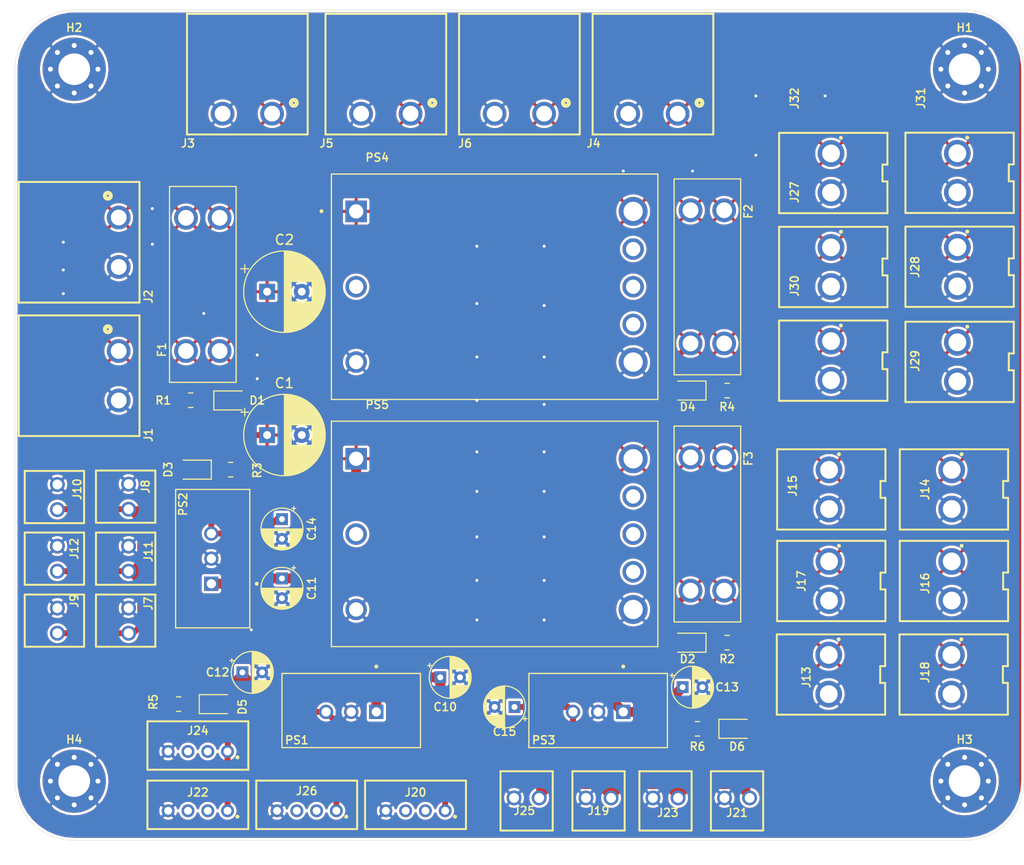
<source format=kicad_pcb>
(kicad_pcb (version 20171130) (host pcbnew "(5.1.8)-1")
  (layers (0 F.Cu signal) (31 B.Cu signal) (34 B.Paste user) (35 F.Paste user) (36 B.SilkS user) (37 F.SilkS user) (38 B.Mask user) (39 F.Mask user) (44 Edge.Cuts user))
  (net 0 "")
  (net 1 GND)
  (net 2 +24V)
  (net 3 +5V)
  (net 4 +12C)
  (net 5 +5C)
  (net 6 "Net-(D1-Pad1)")
  (net 7 +12P)
  (net 8 "Net-(D2-Pad1)")
  (net 9 "Net-(D3-Pad1)")
  (net 10 +5P)
  (net 11 "Net-(D4-Pad1)")
  (net 12 "Net-(D5-Pad1)")
  (net 13 "Net-(D6-Pad1)")
  (net 14 +BATT)
  (net 15 "Net-(F2-Pad1)")
  (net 16 "Net-(F3-Pad1)")
  (net 17 "Net-(J20-Pad3)")
  (net 18 "Net-(J20-Pad2)")
  (net 19 "Net-(J22-Pad2)")
  (net 20 "Net-(J22-Pad3)")
  (net 21 "Net-(J24-Pad3)")
  (net 22 "Net-(J24-Pad2)")
  (net 23 "Net-(J26-Pad2)")
  (net 24 "Net-(J26-Pad3)")
  (net 25 "Net-(PS4-Pad2)")
  (net 26 "Net-(PS4-Pad5)")
  (net 27 "Net-(PS4-Pad6)")
  (net 28 "Net-(PS4-Pad7)")
  (net 29 "Net-(PS5-Pad2)")
  (net 30 "Net-(PS5-Pad5)")
  (net 31 "Net-(PS5-Pad6)")
  (net 32 "Net-(PS5-Pad7)")
  (module AREA_lib_Connector:Wuerth_2.54mm_2pins_61900211121 (layer F.Cu) (at 132.27 140.5)
    (fp_text reference J23 (at 0.23 1.2) (layer F.SilkS) (effects (font (size 0.8128 0.8128) (thickness 0.1524))))
    (fp_text value 5VC)
    (pad 1 thru_hole circle (at 1.27 -0.3) (size 1.508 1.508) (drill 1) (layers *.Cu *.Mask) (net 5 +5C))
    (pad 2 thru_hole circle (at -1.27 -0.3) (size 1.508 1.508) (drill 1) (layers *.Cu *.Mask) (net 1 GND))
  )
  (module AREA_lib_composant:FUSE_3557-2 (layer F.Cu) (at 85.5 88.265 90)
    (fp_text reference F1 (at -6.61381 -4.14052 90) (layer F.SilkS) (effects (font (size 0.8128 0.8128) (thickness 0.1524))))
    (fp_text value 3557-2)
    (pad 1 thru_hole circle (at -6.735 -1.7 90) (size 2.4 2.4) (drill 1.6) (layers *.Cu *.Mask) (net 14 +BATT))
    (pad 1 thru_hole circle (at -6.735 1.7 90) (size 2.4 2.4) (drill 1.6) (layers *.Cu *.Mask) (net 14 +BATT))
    (pad 3 thru_hole circle (at 6.735 -1.7 90) (size 2.4 2.4) (drill 1.6) (layers *.Cu *.Mask) (net 2 +24V))
    (pad 3 thru_hole circle (at 6.735 1.7 90) (size 2.4 2.4) (drill 1.6) (layers *.Cu *.Mask) (net 2 +24V))
  )
  (module Capacitor_THT:CP_Radial_D4.0mm_P2.00mm (layer F.Cu) (at 109.5 128)
    (fp_text reference C10 (at 0.5 3) (layer F.SilkS) (effects (font (size 0.8128 0.8128) (thickness 0.1524))))
    (fp_text value 10u)
    (pad 2 thru_hole circle (at 2 0) (size 1.2 1.2) (drill 0.6) (layers *.Cu *.Mask) (net 1 GND))
    (pad 1 thru_hole rect (at 0 0) (size 1.2 1.2) (drill 0.6) (layers *.Cu *.Mask) (net 2 +24V))
  )
  (module Capacitor_THT:CP_Radial_D4.0mm_P2.00mm (layer F.Cu) (at 93.5 118 270)
    (fp_text reference C11 (at 1 -3 90) (layer F.SilkS) (effects (font (size 0.8128 0.8128) (thickness 0.1524))))
    (fp_text value 10u)
    (pad 2 thru_hole circle (at 2 0 270) (size 1.2 1.2) (drill 0.6) (layers *.Cu *.Mask) (net 1 GND))
    (pad 1 thru_hole rect (at 0 0 270) (size 1.2 1.2) (drill 0.6) (layers *.Cu *.Mask) (net 2 +24V))
  )
  (module Capacitor_THT:CP_Radial_D4.0mm_P2.00mm (layer F.Cu) (at 89.5 127.5)
    (fp_text reference C12 (at -2.5 0) (layer F.SilkS) (effects (font (size 0.8128 0.8128) (thickness 0.1524))))
    (fp_text value 47u)
    (pad 2 thru_hole circle (at 2 0) (size 1.2 1.2) (drill 0.6) (layers *.Cu *.Mask) (net 1 GND))
    (pad 1 thru_hole rect (at 0 0) (size 1.2 1.2) (drill 0.6) (layers *.Cu *.Mask) (net 3 +5V))
  )
  (module Capacitor_THT:CP_Radial_D4.0mm_P2.00mm (layer F.Cu) (at 134 129)
    (fp_text reference C13 (at 4.5 0) (layer F.SilkS) (effects (font (size 0.8128 0.8128) (thickness 0.1524))))
    (fp_text value 10u)
    (pad 2 thru_hole circle (at 2 0) (size 1.2 1.2) (drill 0.6) (layers *.Cu *.Mask) (net 1 GND))
    (pad 1 thru_hole rect (at 0 0) (size 1.2 1.2) (drill 0.6) (layers *.Cu *.Mask) (net 2 +24V))
  )
  (module Capacitor_THT:CP_Radial_D4.0mm_P2.00mm (layer F.Cu) (at 93.5 112 270)
    (fp_text reference C14 (at 1 -3 90) (layer F.SilkS) (effects (font (size 0.8128 0.8128) (thickness 0.1524))))
    (fp_text value 47u)
    (pad 2 thru_hole circle (at 2 0 270) (size 1.2 1.2) (drill 0.6) (layers *.Cu *.Mask) (net 1 GND))
    (pad 1 thru_hole rect (at 0 0 270) (size 1.2 1.2) (drill 0.6) (layers *.Cu *.Mask) (net 4 +12C))
  )
  (module Capacitor_THT:CP_Radial_D4.0mm_P2.00mm (layer F.Cu) (at 117 131 180)
    (fp_text reference C15 (at 1 -2.5) (layer F.SilkS) (effects (font (size 0.8128 0.8128) (thickness 0.1524))))
    (fp_text value 47u)
    (pad 2 thru_hole circle (at 2 0 180) (size 1.2 1.2) (drill 0.6) (layers *.Cu *.Mask) (net 1 GND))
    (pad 1 thru_hole rect (at 0 0 180) (size 1.2 1.2) (drill 0.6) (layers *.Cu *.Mask) (net 5 +5C))
  )
  (module LED_SMD:LED_0805_2012Metric_Pad1.15x1.40mm_HandSolder (layer F.Cu) (at 88.475 100)
    (fp_text reference D1 (at 2.525 0) (layer F.SilkS) (effects (font (size 0.8128 0.8128) (thickness 0.1524))))
    (fp_text value 24V)
    (pad 2 smd roundrect (at 1.025 0) (size 1.15 1.4) (layers F.Cu F.Paste F.Mask) (roundrect_rratio 0.217391) (net 2 +24V))
    (pad 1 smd roundrect (at -1.025 0) (size 1.15 1.4) (layers F.Cu F.Paste F.Mask) (roundrect_rratio 0.217391) (net 6 "Net-(D1-Pad1)"))
  )
  (module LED_SMD:LED_0805_2012Metric_Pad1.15x1.40mm_HandSolder (layer F.Cu) (at 134.5 124.5 180)
    (fp_text reference D2 (at 0 -1.65) (layer F.SilkS) (effects (font (size 0.8128 0.8128) (thickness 0.1524))))
    (fp_text value 12VP)
    (pad 2 smd roundrect (at 1.025 0 180) (size 1.15 1.4) (layers F.Cu F.Paste F.Mask) (roundrect_rratio 0.217391) (net 7 +12P))
    (pad 1 smd roundrect (at -1.025 0 180) (size 1.15 1.4) (layers F.Cu F.Paste F.Mask) (roundrect_rratio 0.217391) (net 8 "Net-(D2-Pad1)"))
  )
  (module LED_SMD:LED_0805_2012Metric_Pad1.15x1.40mm_HandSolder (layer F.Cu) (at 84.5 107 180)
    (fp_text reference D3 (at 2.5 0 270) (layer F.SilkS) (effects (font (size 0.8128 0.8128) (thickness 0.1524))))
    (fp_text value 12VC)
    (pad 2 smd roundrect (at 1.025 0 180) (size 1.15 1.4) (layers F.Cu F.Paste F.Mask) (roundrect_rratio 0.217391) (net 4 +12C))
    (pad 1 smd roundrect (at -1.025 0 180) (size 1.15 1.4) (layers F.Cu F.Paste F.Mask) (roundrect_rratio 0.217391) (net 9 "Net-(D3-Pad1)"))
  )
  (module LED_SMD:LED_0805_2012Metric_Pad1.15x1.40mm_HandSolder (layer F.Cu) (at 134.5 99 180)
    (fp_text reference D4 (at 0 -1.65) (layer F.SilkS) (effects (font (size 0.8128 0.8128) (thickness 0.1524))))
    (fp_text value 5VP)
    (pad 2 smd roundrect (at 1.025 0 180) (size 1.15 1.4) (layers F.Cu F.Paste F.Mask) (roundrect_rratio 0.217391) (net 10 +5P))
    (pad 1 smd roundrect (at -1.025 0 180) (size 1.15 1.4) (layers F.Cu F.Paste F.Mask) (roundrect_rratio 0.217391) (net 11 "Net-(D4-Pad1)"))
  )
  (module LED_SMD:LED_0805_2012Metric_Pad1.15x1.40mm_HandSolder (layer F.Cu) (at 87 130.715001)
    (fp_text reference D5 (at 2.5 0.284999 270) (layer F.SilkS) (effects (font (size 0.8128 0.8128) (thickness 0.1524))))
    (fp_text value 5V_CAN)
    (pad 2 smd roundrect (at 1.025 0) (size 1.15 1.4) (layers F.Cu F.Paste F.Mask) (roundrect_rratio 0.217391) (net 3 +5V))
    (pad 1 smd roundrect (at -1.025 0) (size 1.15 1.4) (layers F.Cu F.Paste F.Mask) (roundrect_rratio 0.217391) (net 12 "Net-(D5-Pad1)"))
  )
  (module LED_SMD:LED_0805_2012Metric_Pad1.15x1.40mm_HandSolder (layer F.Cu) (at 139.530001 133.210001)
    (fp_text reference D6 (at -0.030001 1.789999) (layer F.SilkS) (effects (font (size 0.8128 0.8128) (thickness 0.1524))))
    (fp_text value 5VC)
    (pad 2 smd roundrect (at 1.025 0) (size 1.15 1.4) (layers F.Cu F.Paste F.Mask) (roundrect_rratio 0.217391) (net 5 +5C))
    (pad 1 smd roundrect (at -1.025 0) (size 1.15 1.4) (layers F.Cu F.Paste F.Mask) (roundrect_rratio 0.217391) (net 13 "Net-(D6-Pad1)"))
  )
  (module AREA_lib_composant:FUSE_3557-2 (layer F.Cu) (at 136.5 87.5 270)
    (fp_text reference F2 (at -6.61381 -4.14052 90) (layer F.SilkS) (effects (font (size 0.8128 0.8128) (thickness 0.1524))))
    (fp_text value 3557-2)
    (pad 1 thru_hole circle (at -6.735 -1.7 270) (size 2.4 2.4) (drill 1.6) (layers *.Cu *.Mask) (net 15 "Net-(F2-Pad1)"))
    (pad 1 thru_hole circle (at -6.735 1.7 270) (size 2.4 2.4) (drill 1.6) (layers *.Cu *.Mask) (net 15 "Net-(F2-Pad1)"))
    (pad 3 thru_hole circle (at 6.735 -1.7 270) (size 2.4 2.4) (drill 1.6) (layers *.Cu *.Mask) (net 10 +5P))
    (pad 3 thru_hole circle (at 6.735 1.7 270) (size 2.4 2.4) (drill 1.6) (layers *.Cu *.Mask) (net 10 +5P))
  )
  (module AREA_lib_composant:FUSE_3557-2 (layer F.Cu) (at 136.5 112.5 270)
    (fp_text reference F3 (at -6.61381 -4.14052 90) (layer F.SilkS) (effects (font (size 0.8128 0.8128) (thickness 0.1524))))
    (fp_text value 3557-2)
    (pad 1 thru_hole circle (at -6.735 -1.7 270) (size 2.4 2.4) (drill 1.6) (layers *.Cu *.Mask) (net 16 "Net-(F3-Pad1)"))
    (pad 1 thru_hole circle (at -6.735 1.7 270) (size 2.4 2.4) (drill 1.6) (layers *.Cu *.Mask) (net 16 "Net-(F3-Pad1)"))
    (pad 3 thru_hole circle (at 6.735 -1.7 270) (size 2.4 2.4) (drill 1.6) (layers *.Cu *.Mask) (net 7 +12P))
    (pad 3 thru_hole circle (at 6.735 1.7 270) (size 2.4 2.4) (drill 1.6) (layers *.Cu *.Mask) (net 7 +12P))
  )
  (module MountingHole:MountingHole_3.2mm_M3_Pad_Via (layer F.Cu) (at 162.5 66.5)
    (fp_text reference H1 (at 0 -4.2) (layer F.SilkS) (effects (font (size 0.8128 0.8128) (thickness 0.1524))))
    (fp_text value MountingHole_Pad)
    (pad 1 thru_hole circle (at 1.697056 -1.697056) (size 0.8 0.8) (drill 0.5) (layers *.Cu *.Mask) (net 1 GND))
    (pad 1 thru_hole circle (at 0 -2.4) (size 0.8 0.8) (drill 0.5) (layers *.Cu *.Mask) (net 1 GND))
    (pad 1 thru_hole circle (at -1.697056 -1.697056) (size 0.8 0.8) (drill 0.5) (layers *.Cu *.Mask) (net 1 GND))
    (pad 1 thru_hole circle (at -2.4 0) (size 0.8 0.8) (drill 0.5) (layers *.Cu *.Mask) (net 1 GND))
    (pad 1 thru_hole circle (at -1.697056 1.697056) (size 0.8 0.8) (drill 0.5) (layers *.Cu *.Mask) (net 1 GND))
    (pad 1 thru_hole circle (at 0 2.4) (size 0.8 0.8) (drill 0.5) (layers *.Cu *.Mask) (net 1 GND))
    (pad 1 thru_hole circle (at 1.697056 1.697056) (size 0.8 0.8) (drill 0.5) (layers *.Cu *.Mask) (net 1 GND))
    (pad 1 thru_hole circle (at 2.4 0) (size 0.8 0.8) (drill 0.5) (layers *.Cu *.Mask) (net 1 GND))
    (pad 1 thru_hole circle (at 0 0) (size 6.4 6.4) (drill 3.2) (layers *.Cu *.Mask) (net 1 GND))
  )
  (module MountingHole:MountingHole_3.2mm_M3_Pad_Via (layer F.Cu) (at 72.5 66.5)
    (fp_text reference H2 (at 0 -4.2) (layer F.SilkS) (effects (font (size 0.8128 0.8128) (thickness 0.1524))))
    (fp_text value MountingHole_Pad)
    (pad 1 thru_hole circle (at 1.697056 -1.697056) (size 0.8 0.8) (drill 0.5) (layers *.Cu *.Mask) (net 1 GND))
    (pad 1 thru_hole circle (at 0 -2.4) (size 0.8 0.8) (drill 0.5) (layers *.Cu *.Mask) (net 1 GND))
    (pad 1 thru_hole circle (at -1.697056 -1.697056) (size 0.8 0.8) (drill 0.5) (layers *.Cu *.Mask) (net 1 GND))
    (pad 1 thru_hole circle (at -2.4 0) (size 0.8 0.8) (drill 0.5) (layers *.Cu *.Mask) (net 1 GND))
    (pad 1 thru_hole circle (at -1.697056 1.697056) (size 0.8 0.8) (drill 0.5) (layers *.Cu *.Mask) (net 1 GND))
    (pad 1 thru_hole circle (at 0 2.4) (size 0.8 0.8) (drill 0.5) (layers *.Cu *.Mask) (net 1 GND))
    (pad 1 thru_hole circle (at 1.697056 1.697056) (size 0.8 0.8) (drill 0.5) (layers *.Cu *.Mask) (net 1 GND))
    (pad 1 thru_hole circle (at 2.4 0) (size 0.8 0.8) (drill 0.5) (layers *.Cu *.Mask) (net 1 GND))
    (pad 1 thru_hole circle (at 0 0) (size 6.4 6.4) (drill 3.2) (layers *.Cu *.Mask) (net 1 GND))
  )
  (module MountingHole:MountingHole_3.2mm_M3_Pad_Via (layer F.Cu) (at 162.5 138.5)
    (fp_text reference H3 (at 0 -4.2) (layer F.SilkS) (effects (font (size 0.8128 0.8128) (thickness 0.1524))))
    (fp_text value MountingHole_Pad)
    (pad 1 thru_hole circle (at 1.697056 -1.697056) (size 0.8 0.8) (drill 0.5) (layers *.Cu *.Mask) (net 1 GND))
    (pad 1 thru_hole circle (at 0 -2.4) (size 0.8 0.8) (drill 0.5) (layers *.Cu *.Mask) (net 1 GND))
    (pad 1 thru_hole circle (at -1.697056 -1.697056) (size 0.8 0.8) (drill 0.5) (layers *.Cu *.Mask) (net 1 GND))
    (pad 1 thru_hole circle (at -2.4 0) (size 0.8 0.8) (drill 0.5) (layers *.Cu *.Mask) (net 1 GND))
    (pad 1 thru_hole circle (at -1.697056 1.697056) (size 0.8 0.8) (drill 0.5) (layers *.Cu *.Mask) (net 1 GND))
    (pad 1 thru_hole circle (at 0 2.4) (size 0.8 0.8) (drill 0.5) (layers *.Cu *.Mask) (net 1 GND))
    (pad 1 thru_hole circle (at 1.697056 1.697056) (size 0.8 0.8) (drill 0.5) (layers *.Cu *.Mask) (net 1 GND))
    (pad 1 thru_hole circle (at 2.4 0) (size 0.8 0.8) (drill 0.5) (layers *.Cu *.Mask) (net 1 GND))
    (pad 1 thru_hole circle (at 0 0) (size 6.4 6.4) (drill 3.2) (layers *.Cu *.Mask) (net 1 GND))
  )
  (module MountingHole:MountingHole_3.2mm_M3_Pad_Via (layer F.Cu) (at 72.5 138.5)
    (fp_text reference H4 (at 0 -4.2) (layer F.SilkS) (effects (font (size 0.8128 0.8128) (thickness 0.1524))))
    (fp_text value MountingHole_Pad)
    (pad 1 thru_hole circle (at 1.697056 -1.697056) (size 0.8 0.8) (drill 0.5) (layers *.Cu *.Mask) (net 1 GND))
    (pad 1 thru_hole circle (at 0 -2.4) (size 0.8 0.8) (drill 0.5) (layers *.Cu *.Mask) (net 1 GND))
    (pad 1 thru_hole circle (at -1.697056 -1.697056) (size 0.8 0.8) (drill 0.5) (layers *.Cu *.Mask) (net 1 GND))
    (pad 1 thru_hole circle (at -2.4 0) (size 0.8 0.8) (drill 0.5) (layers *.Cu *.Mask) (net 1 GND))
    (pad 1 thru_hole circle (at -1.697056 1.697056) (size 0.8 0.8) (drill 0.5) (layers *.Cu *.Mask) (net 1 GND))
    (pad 1 thru_hole circle (at 0 2.4) (size 0.8 0.8) (drill 0.5) (layers *.Cu *.Mask) (net 1 GND))
    (pad 1 thru_hole circle (at 1.697056 1.697056) (size 0.8 0.8) (drill 0.5) (layers *.Cu *.Mask) (net 1 GND))
    (pad 1 thru_hole circle (at 2.4 0) (size 0.8 0.8) (drill 0.5) (layers *.Cu *.Mask) (net 1 GND))
    (pad 1 thru_hole circle (at 0 0) (size 6.4 6.4) (drill 3.2) (layers *.Cu *.Mask) (net 1 GND))
  )
  (module AREA_lib_Connector:Wuerth_batcon_691313710002 (layer F.Cu) (at 77 97.5 270)
    (fp_text reference J1 (at 6 -3 90) (layer F.SilkS) (effects (font (size 0.8128 0.8128) (thickness 0.1524))))
    (fp_text value BAT_IN)
    (pad 2 thru_hole circle (at 2.5 0 270) (size 2.4 2.4) (drill 1.6) (layers *.Cu *.Mask) (net 1 GND))
    (pad 1 thru_hole circle (at -2.5 0 270) (size 2.4 2.4) (drill 1.6) (layers *.Cu *.Mask) (net 14 +BATT))
  )
  (module AREA_lib_Connector:Wuerth_batcon_691313710002 (layer F.Cu) (at 77 84 270)
    (fp_text reference J2 (at 5.5 -3 90) (layer F.SilkS) (effects (font (size 0.8128 0.8128) (thickness 0.1524))))
    (fp_text value BAT_IN)
    (pad 2 thru_hole circle (at 2.5 0 270) (size 2.4 2.4) (drill 1.6) (layers *.Cu *.Mask) (net 1 GND))
    (pad 1 thru_hole circle (at -2.5 0 270) (size 2.4 2.4) (drill 1.6) (layers *.Cu *.Mask) (net 14 +BATT))
  )
  (module AREA_lib_Connector:Wuerth_batcon_691313710002 (layer F.Cu) (at 90 71 180)
    (fp_text reference J3 (at 6 -3) (layer F.SilkS) (effects (font (size 0.8128 0.8128) (thickness 0.1524))))
    (fp_text value MOT_OUT)
    (pad 2 thru_hole circle (at 2.5 0 180) (size 2.4 2.4) (drill 1.6) (layers *.Cu *.Mask) (net 1 GND))
    (pad 1 thru_hole circle (at -2.5 0 180) (size 2.4 2.4) (drill 1.6) (layers *.Cu *.Mask) (net 2 +24V))
  )
  (module AREA_lib_Connector:Wuerth_batcon_691313710002 (layer F.Cu) (at 131 71 180)
    (fp_text reference J4 (at 6 -3) (layer F.SilkS) (effects (font (size 0.8128 0.8128) (thickness 0.1524))))
    (fp_text value MOT_OUT)
    (pad 2 thru_hole circle (at 2.5 0 180) (size 2.4 2.4) (drill 1.6) (layers *.Cu *.Mask) (net 1 GND))
    (pad 1 thru_hole circle (at -2.5 0 180) (size 2.4 2.4) (drill 1.6) (layers *.Cu *.Mask) (net 2 +24V))
  )
  (module AREA_lib_Connector:Wuerth_batcon_691313710002 (layer F.Cu) (at 104 71 180)
    (fp_text reference J5 (at 6 -3) (layer F.SilkS) (effects (font (size 0.8128 0.8128) (thickness 0.1524))))
    (fp_text value MOT_OUT)
    (pad 2 thru_hole circle (at 2.5 0 180) (size 2.4 2.4) (drill 1.6) (layers *.Cu *.Mask) (net 1 GND))
    (pad 1 thru_hole circle (at -2.5 0 180) (size 2.4 2.4) (drill 1.6) (layers *.Cu *.Mask) (net 2 +24V))
  )
  (module AREA_lib_Connector:Wuerth_batcon_691313710002 (layer F.Cu) (at 117.5 71 180)
    (fp_text reference J6 (at 5.5 -3) (layer F.SilkS) (effects (font (size 0.8128 0.8128) (thickness 0.1524))))
    (fp_text value MOT_OUT)
    (pad 2 thru_hole circle (at 2.5 0 180) (size 2.4 2.4) (drill 1.6) (layers *.Cu *.Mask) (net 1 GND))
    (pad 1 thru_hole circle (at -2.5 0 180) (size 2.4 2.4) (drill 1.6) (layers *.Cu *.Mask) (net 2 +24V))
  )
  (module AREA_lib_Connector:Wuerth_2.54mm_2pins_61900211121 (layer F.Cu) (at 77.7 122.27 270)
    (fp_text reference J7 (at -1.73 -2.3 90) (layer F.SilkS) (effects (font (size 0.8128 0.8128) (thickness 0.1524))))
    (fp_text value 12VC)
    (pad 1 thru_hole circle (at 1.27 -0.3 270) (size 1.508 1.508) (drill 1) (layers *.Cu *.Mask) (net 4 +12C))
    (pad 2 thru_hole circle (at -1.27 -0.3 270) (size 1.508 1.508) (drill 1) (layers *.Cu *.Mask) (net 1 GND))
  )
  (module AREA_lib_Connector:Wuerth_2.54mm_2pins_61900211121 (layer F.Cu) (at 77.7 109.73 270)
    (fp_text reference J8 (at -1.010001 -2 90) (layer F.SilkS) (effects (font (size 0.8128 0.8128) (thickness 0.1524))))
    (fp_text value 12VC)
    (pad 1 thru_hole circle (at 1.27 -0.3 270) (size 1.508 1.508) (drill 1) (layers *.Cu *.Mask) (net 4 +12C))
    (pad 2 thru_hole circle (at -1.27 -0.3 270) (size 1.508 1.508) (drill 1) (layers *.Cu *.Mask) (net 1 GND))
  )
  (module AREA_lib_Connector:Wuerth_2.54mm_2pins_61900211121 (layer F.Cu) (at 70.5 122.27 270)
    (fp_text reference J9 (at -2 -2 90) (layer F.SilkS) (effects (font (size 0.8128 0.8128) (thickness 0.1524))))
    (fp_text value 12VC)
    (pad 1 thru_hole circle (at 1.27 -0.3 270) (size 1.508 1.508) (drill 1) (layers *.Cu *.Mask) (net 4 +12C))
    (pad 2 thru_hole circle (at -1.27 -0.3 270) (size 1.508 1.508) (drill 1) (layers *.Cu *.Mask) (net 1 GND))
  )
  (module AREA_lib_Connector:Wuerth_2.54mm_2pins_61900211121 (layer F.Cu) (at 70.5 109.77 270)
    (fp_text reference J10 (at -0.790001 -2.300001 90) (layer F.SilkS) (effects (font (size 0.8128 0.8128) (thickness 0.1524))))
    (fp_text value 12VC)
    (pad 1 thru_hole circle (at 1.27 -0.3 270) (size 1.508 1.508) (drill 1) (layers *.Cu *.Mask) (net 4 +12C))
    (pad 2 thru_hole circle (at -1.27 -0.3 270) (size 1.508 1.508) (drill 1) (layers *.Cu *.Mask) (net 1 GND))
  )
  (module AREA_lib_Connector:Wuerth_2.54mm_2pins_61900211121 (layer F.Cu) (at 77.7 116 270)
    (fp_text reference J11 (at -0.73 -2.3 90) (layer F.SilkS) (effects (font (size 0.8128 0.8128) (thickness 0.1524))))
    (fp_text value 12VC)
    (pad 1 thru_hole circle (at 1.27 -0.3 270) (size 1.508 1.508) (drill 1) (layers *.Cu *.Mask) (net 4 +12C))
    (pad 2 thru_hole circle (at -1.27 -0.3 270) (size 1.508 1.508) (drill 1) (layers *.Cu *.Mask) (net 1 GND))
  )
  (module AREA_lib_Connector:Wuerth_2.54mm_2pins_61900211121 (layer F.Cu) (at 70.5 116 270)
    (fp_text reference J12 (at -1 -2 90) (layer F.SilkS) (effects (font (size 0.8128 0.8128) (thickness 0.1524))))
    (fp_text value 12VC)
    (pad 1 thru_hole circle (at 1.27 -0.3 270) (size 1.508 1.508) (drill 1) (layers *.Cu *.Mask) (net 4 +12C))
    (pad 2 thru_hole circle (at -1.27 -0.3 270) (size 1.508 1.508) (drill 1) (layers *.Cu *.Mask) (net 1 GND))
  )
  (module AREA_lib_Connector:Wuerth_3.96mm_2pin_645002114822 (layer F.Cu) (at 149.270001 127.719999 90)
    (fp_text reference J13 (at -0.280001 -2.770001 90) (layer F.SilkS) (effects (font (size 0.8128 0.8128) (thickness 0.1524))))
    (fp_text value 12VP)
    (pad 1 thru_hole circle (at 1.98 -0.5 90) (size 2.7 2.7) (drill 1.8) (layers *.Cu *.Mask) (net 7 +12P))
    (pad 2 thru_hole circle (at -1.98 -0.5 90) (size 2.7 2.7) (drill 1.8) (layers *.Cu *.Mask) (net 1 GND))
  )
  (module AREA_lib_Connector:Wuerth_3.96mm_2pin_645002114822 (layer F.Cu) (at 161.700001 109 90)
    (fp_text reference J14 (at 0 -3.200001 90) (layer F.SilkS) (effects (font (size 0.8128 0.8128) (thickness 0.1524))))
    (fp_text value 12VP)
    (pad 1 thru_hole circle (at 1.98 -0.5 90) (size 2.7 2.7) (drill 1.8) (layers *.Cu *.Mask) (net 7 +12P))
    (pad 2 thru_hole circle (at -1.98 -0.5 90) (size 2.7 2.7) (drill 1.8) (layers *.Cu *.Mask) (net 1 GND))
  )
  (module AREA_lib_Connector:Wuerth_3.96mm_2pin_645002114822 (layer F.Cu) (at 149.300001 109 90)
    (fp_text reference J15 (at 0.359999 -4.188 90) (layer F.SilkS) (effects (font (size 0.8128 0.8128) (thickness 0.1524))))
    (fp_text value 12VP)
    (pad 1 thru_hole circle (at 1.98 -0.5 90) (size 2.7 2.7) (drill 1.8) (layers *.Cu *.Mask) (net 7 +12P))
    (pad 2 thru_hole circle (at -1.98 -0.5 90) (size 2.7 2.7) (drill 1.8) (layers *.Cu *.Mask) (net 1 GND))
  )
  (module AREA_lib_Connector:Wuerth_3.96mm_2pin_645002114822 (layer F.Cu) (at 161.700001 118.259999 90)
    (fp_text reference J16 (at -0.240001 -3.200001 90) (layer F.SilkS) (effects (font (size 0.8128 0.8128) (thickness 0.1524))))
    (fp_text value 12VP)
    (pad 1 thru_hole circle (at 1.98 -0.5 90) (size 2.7 2.7) (drill 1.8) (layers *.Cu *.Mask) (net 7 +12P))
    (pad 2 thru_hole circle (at -1.98 -0.5 90) (size 2.7 2.7) (drill 1.8) (layers *.Cu *.Mask) (net 1 GND))
  )
  (module AREA_lib_Connector:Wuerth_3.96mm_2pin_645002114822 (layer F.Cu) (at 149.300001 118.259999 90)
    (fp_text reference J17 (at -0.020001 -3.300001 90) (layer F.SilkS) (effects (font (size 0.8128 0.8128) (thickness 0.1524))))
    (fp_text value 12VP)
    (pad 1 thru_hole circle (at 1.98 -0.5 90) (size 2.7 2.7) (drill 1.8) (layers *.Cu *.Mask) (net 7 +12P))
    (pad 2 thru_hole circle (at -1.98 -0.5 90) (size 2.7 2.7) (drill 1.8) (layers *.Cu *.Mask) (net 1 GND))
  )
  (module AREA_lib_Connector:Wuerth_3.96mm_2pin_645002114822 (layer F.Cu) (at 161.670001 127.719999 90)
    (fp_text reference J18 (at 0.219999 -3.170001 90) (layer F.SilkS) (effects (font (size 0.8128 0.8128) (thickness 0.1524))))
    (fp_text value 12VP)
    (pad 1 thru_hole circle (at 1.98 -0.5 90) (size 2.7 2.7) (drill 1.8) (layers *.Cu *.Mask) (net 7 +12P))
    (pad 2 thru_hole circle (at -1.98 -0.5 90) (size 2.7 2.7) (drill 1.8) (layers *.Cu *.Mask) (net 1 GND))
  )
  (module AREA_lib_Connector:Wuerth_2.54mm_2pins_61900211121 (layer F.Cu) (at 125.5 140.5)
    (fp_text reference J19 (at 0 1) (layer F.SilkS) (effects (font (size 0.8128 0.8128) (thickness 0.1524))))
    (fp_text value 5VC)
    (pad 1 thru_hole circle (at 1.27 -0.3) (size 1.508 1.508) (drill 1) (layers *.Cu *.Mask) (net 5 +5C))
    (pad 2 thru_hole circle (at -1.27 -0.3) (size 1.508 1.508) (drill 1) (layers *.Cu *.Mask) (net 1 GND))
  )
  (module AREA_lib_Connector:Wuerth_2mm_4pin_62000411622 (layer F.Cu) (at 107 140.9)
    (fp_text reference J20 (at 0 -1.258) (layer F.SilkS) (effects (font (size 0.8128 0.8128) (thickness 0.1524))))
    (fp_text value 5V_CAN)
    (pad 1 thru_hole circle (at 3 0.6) (size 1.308 1.308) (drill 0.8) (layers *.Cu *.Mask) (net 3 +5V))
    (pad 2 thru_hole circle (at 1 0.6) (size 1.308 1.308) (drill 0.8) (layers *.Cu *.Mask) (net 18 "Net-(J20-Pad2)"))
    (pad 3 thru_hole circle (at -1 0.6) (size 1.308 1.308) (drill 0.8) (layers *.Cu *.Mask) (net 17 "Net-(J20-Pad3)"))
    (pad 4 thru_hole circle (at -3 0.6) (size 1.308 1.308) (drill 0.8) (layers *.Cu *.Mask) (net 1 GND))
  )
  (module AREA_lib_Connector:Wuerth_2.54mm_2pins_61900211121 (layer F.Cu) (at 139.5 140.5)
    (fp_text reference J21 (at 0 1.2) (layer F.SilkS) (effects (font (size 0.8128 0.8128) (thickness 0.1524))))
    (fp_text value 5VC)
    (pad 1 thru_hole circle (at 1.27 -0.3) (size 1.508 1.508) (drill 1) (layers *.Cu *.Mask) (net 5 +5C))
    (pad 2 thru_hole circle (at -1.27 -0.3) (size 1.508 1.508) (drill 1) (layers *.Cu *.Mask) (net 1 GND))
  )
  (module AREA_lib_Connector:Wuerth_2mm_4pin_62000411622 (layer F.Cu) (at 85 140.9)
    (fp_text reference J22 (at 0 -1.258) (layer F.SilkS) (effects (font (size 0.8128 0.8128) (thickness 0.1524))))
    (fp_text value 5V_CAN)
    (pad 1 thru_hole circle (at 3 0.6) (size 1.308 1.308) (drill 0.8) (layers *.Cu *.Mask) (net 3 +5V))
    (pad 2 thru_hole circle (at 1 0.6) (size 1.308 1.308) (drill 0.8) (layers *.Cu *.Mask) (net 19 "Net-(J22-Pad2)"))
    (pad 3 thru_hole circle (at -1 0.6) (size 1.308 1.308) (drill 0.8) (layers *.Cu *.Mask) (net 20 "Net-(J22-Pad3)"))
    (pad 4 thru_hole circle (at -3 0.6) (size 1.308 1.308) (drill 0.8) (layers *.Cu *.Mask) (net 1 GND))
  )
  (module AREA_lib_Connector:Wuerth_2mm_4pin_62000411622 (layer F.Cu) (at 85 134.9)
    (fp_text reference J24 (at 0 -1.5) (layer F.SilkS) (effects (font (size 0.8128 0.8128) (thickness 0.1524))))
    (fp_text value 5V_CAN)
    (pad 1 thru_hole circle (at 3 0.6) (size 1.308 1.308) (drill 0.8) (layers *.Cu *.Mask) (net 3 +5V))
    (pad 2 thru_hole circle (at 1 0.6) (size 1.308 1.308) (drill 0.8) (layers *.Cu *.Mask) (net 22 "Net-(J24-Pad2)"))
    (pad 3 thru_hole circle (at -1 0.6) (size 1.308 1.308) (drill 0.8) (layers *.Cu *.Mask) (net 21 "Net-(J24-Pad3)"))
    (pad 4 thru_hole circle (at -3 0.6) (size 1.308 1.308) (drill 0.8) (layers *.Cu *.Mask) (net 1 GND))
  )
  (module AREA_lib_Connector:Wuerth_2.54mm_2pins_61900211121 (layer F.Cu) (at 118.23 140.5)
    (fp_text reference J25 (at -0.23 1) (layer F.SilkS) (effects (font (size 0.8128 0.8128) (thickness 0.1524))))
    (fp_text value 5VC)
    (pad 1 thru_hole circle (at 1.27 -0.3) (size 1.508 1.508) (drill 1) (layers *.Cu *.Mask) (net 5 +5C))
    (pad 2 thru_hole circle (at -1.27 -0.3) (size 1.508 1.508) (drill 1) (layers *.Cu *.Mask) (net 1 GND))
  )
  (module AREA_lib_Connector:Wuerth_2mm_4pin_62000411622 (layer F.Cu) (at 96 140.9)
    (fp_text reference J26 (at 0 -1.4) (layer F.SilkS) (effects (font (size 0.8128 0.8128) (thickness 0.1524))))
    (fp_text value 5V_CAN)
    (pad 1 thru_hole circle (at 3 0.6) (size 1.308 1.308) (drill 0.8) (layers *.Cu *.Mask) (net 3 +5V))
    (pad 2 thru_hole circle (at 1 0.6) (size 1.308 1.308) (drill 0.8) (layers *.Cu *.Mask) (net 23 "Net-(J26-Pad2)"))
    (pad 3 thru_hole circle (at -1 0.6) (size 1.308 1.308) (drill 0.8) (layers *.Cu *.Mask) (net 24 "Net-(J26-Pad3)"))
    (pad 4 thru_hole circle (at -3 0.6) (size 1.308 1.308) (drill 0.8) (layers *.Cu *.Mask) (net 1 GND))
  )
  (module AREA_lib_Connector:Wuerth_3.96mm_2pin_645002114822 (layer F.Cu) (at 149.5 86.5 90)
    (fp_text reference J27 (at 7.555 -4.188 90) (layer F.SilkS) (effects (font (size 0.8128 0.8128) (thickness 0.1524))))
    (fp_text value 5VP)
    (pad 1 thru_hole circle (at 1.98 -0.5 90) (size 2.7 2.7) (drill 1.8) (layers *.Cu *.Mask) (net 10 +5P))
    (pad 2 thru_hole circle (at -1.98 -0.5 90) (size 2.7 2.7) (drill 1.8) (layers *.Cu *.Mask) (net 1 GND))
  )
  (module AREA_lib_Connector:Wuerth_3.96mm_2pin_645002114822 (layer F.Cu) (at 162.270001 86.479999 90)
    (fp_text reference J28 (at -0.020001 -4.770001 90) (layer F.SilkS) (effects (font (size 0.8128 0.8128) (thickness 0.1524))))
    (fp_text value 5VP)
    (pad 1 thru_hole circle (at 1.98 -0.5 90) (size 2.7 2.7) (drill 1.8) (layers *.Cu *.Mask) (net 10 +5P))
    (pad 2 thru_hole circle (at -1.98 -0.5 90) (size 2.7 2.7) (drill 1.8) (layers *.Cu *.Mask) (net 1 GND))
  )
  (module AREA_lib_Connector:Wuerth_3.96mm_2pin_645002114822 (layer F.Cu) (at 162.270001 96.099999 90)
    (fp_text reference J29 (at 0.099999 -4.770001 90) (layer F.SilkS) (effects (font (size 0.8128 0.8128) (thickness 0.1524))))
    (fp_text value 5VP)
    (pad 1 thru_hole circle (at 1.98 -0.5 90) (size 2.7 2.7) (drill 1.8) (layers *.Cu *.Mask) (net 10 +5P))
    (pad 2 thru_hole circle (at -1.98 -0.5 90) (size 2.7 2.7) (drill 1.8) (layers *.Cu *.Mask) (net 1 GND))
  )
  (module AREA_lib_Connector:Wuerth_3.96mm_2pin_645002114822 (layer F.Cu) (at 149.5 95.98 90)
    (fp_text reference J30 (at 7.555 -4.188 90) (layer F.SilkS) (effects (font (size 0.8128 0.8128) (thickness 0.1524))))
    (fp_text value 5VP)
    (pad 1 thru_hole circle (at 1.98 -0.5 90) (size 2.7 2.7) (drill 1.8) (layers *.Cu *.Mask) (net 10 +5P))
    (pad 2 thru_hole circle (at -1.98 -0.5 90) (size 2.7 2.7) (drill 1.8) (layers *.Cu *.Mask) (net 1 GND))
  )
  (module AREA_lib_Connector:Wuerth_3.96mm_2pin_645002114822 (layer F.Cu) (at 162.270001 76.98 90)
    (fp_text reference J31 (at 7.555 -4.188 90) (layer F.SilkS) (effects (font (size 0.8128 0.8128) (thickness 0.1524))))
    (fp_text value 5VP)
    (pad 1 thru_hole circle (at 1.98 -0.5 90) (size 2.7 2.7) (drill 1.8) (layers *.Cu *.Mask) (net 10 +5P))
    (pad 2 thru_hole circle (at -1.98 -0.5 90) (size 2.7 2.7) (drill 1.8) (layers *.Cu *.Mask) (net 1 GND))
  )
  (module AREA_lib_Connector:Wuerth_3.96mm_2pin_645002114822 (layer F.Cu) (at 149.5 77 90)
    (fp_text reference J32 (at 7.555 -4.188 90) (layer F.SilkS) (effects (font (size 0.8128 0.8128) (thickness 0.1524))))
    (fp_text value 5VP)
    (pad 1 thru_hole circle (at 1.98 -0.5 90) (size 2.7 2.7) (drill 1.8) (layers *.Cu *.Mask) (net 10 +5P))
    (pad 2 thru_hole circle (at -1.98 -0.5 90) (size 2.7 2.7) (drill 1.8) (layers *.Cu *.Mask) (net 1 GND))
  )
  (module AREA_lib_composant:CONV_TSR_2-2450 (layer F.Cu) (at 100.5 131.36 180)
    (fp_text reference PS1 (at 5.5 -3 180) (layer F.SilkS) (effects (font (size 0.8128 0.8128) (thickness 0.1524))))
    (fp_text value TSR_2-2450)
    (pad 3 thru_hole circle (at 2.54 -0.14 180) (size 1.448 1.448) (drill 0.94) (layers *.Cu *.Mask) (net 3 +5V))
    (pad 1 thru_hole rect (at -2.54 -0.14 180) (size 1.448 1.448) (drill 0.94) (layers *.Cu *.Mask) (net 2 +24V))
    (pad 2 thru_hole circle (at 0 -0.14 180) (size 1.448 1.448) (drill 0.94) (layers *.Cu *.Mask) (net 1 GND))
  )
  (module AREA_lib_composant:CONV_TSR_2-2450 (layer F.Cu) (at 86.5 116 90)
    (fp_text reference PS2 (at 5.5 -3 270) (layer F.SilkS) (effects (font (size 0.8128 0.8128) (thickness 0.1524))))
    (fp_text value TSR_2-2450)
    (pad 3 thru_hole circle (at 2.54 -0.14 90) (size 1.448 1.448) (drill 0.94) (layers *.Cu *.Mask) (net 4 +12C))
    (pad 1 thru_hole rect (at -2.54 -0.14 90) (size 1.448 1.448) (drill 0.94) (layers *.Cu *.Mask) (net 2 +24V))
    (pad 2 thru_hole circle (at 0 -0.14 90) (size 1.448 1.448) (drill 0.94) (layers *.Cu *.Mask) (net 1 GND))
  )
  (module AREA_lib_composant:CONV_TSR_2-2450 (layer F.Cu) (at 125.46 131.36 180)
    (fp_text reference PS3 (at 5.5 -3 180) (layer F.SilkS) (effects (font (size 0.8128 0.8128) (thickness 0.1524))))
    (fp_text value TSR_2-2450)
    (pad 3 thru_hole circle (at 2.54 -0.14 180) (size 1.448 1.448) (drill 0.94) (layers *.Cu *.Mask) (net 5 +5C))
    (pad 1 thru_hole rect (at -2.54 -0.14 180) (size 1.448 1.448) (drill 0.94) (layers *.Cu *.Mask) (net 2 +24V))
    (pad 2 thru_hole circle (at 0 -0.14 180) (size 1.448 1.448) (drill 0.94) (layers *.Cu *.Mask) (net 1 GND))
  )
  (module AREA_lib_composant:RPA50S-4805SWP (layer F.Cu) (at 115 88.5)
    (fp_text reference PS4 (at -11.874 -13.0652) (layer F.SilkS) (effects (font (size 0.8128 0.8128) (thickness 0.1524))))
    (fp_text value RPA50S-4805SW_P)
    (pad 8 thru_hole circle (at 14 -7.62) (size 2.925 2.925) (drill 1.95) (layers *.Cu *.Mask) (net 15 "Net-(F2-Pad1)"))
    (pad 7 thru_hole circle (at 14 -3.81) (size 2.175 2.175) (drill 1.45) (layers *.Cu *.Mask) (net 28 "Net-(PS4-Pad7)"))
    (pad 6 thru_hole circle (at 14 0) (size 2.175 2.175) (drill 1.45) (layers *.Cu *.Mask) (net 27 "Net-(PS4-Pad6)"))
    (pad 5 thru_hole circle (at 14 3.81) (size 2.175 2.175) (drill 1.45) (layers *.Cu *.Mask) (net 26 "Net-(PS4-Pad5)"))
    (pad 4 thru_hole circle (at 14 7.62) (size 2.925 2.925) (drill 1.95) (layers *.Cu *.Mask) (net 1 GND))
    (pad 1 thru_hole rect (at -14 -7.62) (size 2.175 2.175) (drill 1.45) (layers *.Cu *.Mask) (net 2 +24V))
    (pad 2 thru_hole circle (at -14 0) (size 2.175 2.175) (drill 1.45) (layers *.Cu *.Mask) (net 25 "Net-(PS4-Pad2)"))
    (pad 3 thru_hole circle (at -14 7.62) (size 2.175 2.175) (drill 1.45) (layers *.Cu *.Mask) (net 1 GND))
  )
  (module AREA_lib_composant:RPA50S-4812SW (layer F.Cu) (at 115 113.5)
    (fp_text reference PS5 (at -11.874 -13.0652) (layer F.SilkS) (effects (font (size 0.8128 0.8128) (thickness 0.1524))))
    (fp_text value RPA50S-4812SW_P)
    (pad 8 thru_hole circle (at 14 -7.6) (size 2.925 2.925) (drill 1.95) (layers *.Cu *.Mask) (net 16 "Net-(F3-Pad1)"))
    (pad 7 thru_hole circle (at 14 -3.79) (size 2.175 2.175) (drill 1.45) (layers *.Cu *.Mask) (net 32 "Net-(PS5-Pad7)"))
    (pad 6 thru_hole circle (at 14 0.02) (size 2.175 2.175) (drill 1.45) (layers *.Cu *.Mask) (net 31 "Net-(PS5-Pad6)"))
    (pad 5 thru_hole circle (at 14 3.83) (size 2.175 2.175) (drill 1.45) (layers *.Cu *.Mask) (net 30 "Net-(PS5-Pad5)"))
    (pad 4 thru_hole circle (at 14 7.64) (size 2.925 2.925) (drill 1.95) (layers *.Cu *.Mask) (net 1 GND))
    (pad 1 thru_hole rect (at -14 -7.6) (size 2.175 2.175) (drill 1.45) (layers *.Cu *.Mask) (net 2 +24V))
    (pad 2 thru_hole circle (at -14 0.02) (size 2.175 2.175) (drill 1.45) (layers *.Cu *.Mask) (net 29 "Net-(PS5-Pad2)"))
    (pad 3 thru_hole circle (at -14 7.64) (size 2.175 2.175) (drill 1.45) (layers *.Cu *.Mask) (net 1 GND))
  )
  (module Resistor_SMD:R_0805_2012Metric_Pad1.20x1.40mm_HandSolder (layer F.Cu) (at 84.285001 99.975001)
    (fp_text reference R1 (at -2.785001 0.024999) (layer F.SilkS) (effects (font (size 0.8128 0.8128) (thickness 0.1524))))
    (fp_text value 4K7)
    (pad 2 smd roundrect (at 1 0) (size 1.2 1.4) (layers F.Cu F.Paste F.Mask) (roundrect_rratio 0.208333) (net 6 "Net-(D1-Pad1)"))
    (pad 1 smd roundrect (at -1 0) (size 1.2 1.4) (layers F.Cu F.Paste F.Mask) (roundrect_rratio 0.208333) (net 1 GND))
  )
  (module Resistor_SMD:R_0805_2012Metric_Pad1.20x1.40mm_HandSolder (layer F.Cu) (at 138.5 124.5 180)
    (fp_text reference R2 (at 0 -1.65) (layer F.SilkS) (effects (font (size 0.8128 0.8128) (thickness 0.1524))))
    (fp_text value 1K)
    (pad 2 smd roundrect (at 1 0 180) (size 1.2 1.4) (layers F.Cu F.Paste F.Mask) (roundrect_rratio 0.208333) (net 8 "Net-(D2-Pad1)"))
    (pad 1 smd roundrect (at -1 0 180) (size 1.2 1.4) (layers F.Cu F.Paste F.Mask) (roundrect_rratio 0.208333) (net 1 GND))
  )
  (module Resistor_SMD:R_0805_2012Metric_Pad1.20x1.40mm_HandSolder (layer F.Cu) (at 88.314999 107 180)
    (fp_text reference R3 (at -2.685001 -0.075001 270) (layer F.SilkS) (effects (font (size 0.8128 0.8128) (thickness 0.1524))))
    (fp_text value 1K)
    (pad 2 smd roundrect (at 1 0 180) (size 1.2 1.4) (layers F.Cu F.Paste F.Mask) (roundrect_rratio 0.208333) (net 9 "Net-(D3-Pad1)"))
    (pad 1 smd roundrect (at -1 0 180) (size 1.2 1.4) (layers F.Cu F.Paste F.Mask) (roundrect_rratio 0.208333) (net 1 GND))
  )
  (module Resistor_SMD:R_0805_2012Metric_Pad1.20x1.40mm_HandSolder (layer F.Cu) (at 138.5 99 180)
    (fp_text reference R4 (at 0 -1.65) (layer F.SilkS) (effects (font (size 0.8128 0.8128) (thickness 0.1524))))
    (fp_text value 270)
    (pad 2 smd roundrect (at 1 0 180) (size 1.2 1.4) (layers F.Cu F.Paste F.Mask) (roundrect_rratio 0.208333) (net 11 "Net-(D4-Pad1)"))
    (pad 1 smd roundrect (at -1 0 180) (size 1.2 1.4) (layers F.Cu F.Paste F.Mask) (roundrect_rratio 0.208333) (net 1 GND))
  )
  (module Resistor_SMD:R_0805_2012Metric_Pad1.20x1.40mm_HandSolder (layer F.Cu) (at 83.055001 130.715001)
    (fp_text reference R5 (at -2.555001 -0.215001 270) (layer F.SilkS) (effects (font (size 0.8128 0.8128) (thickness 0.1524))))
    (fp_text value 270)
    (pad 2 smd roundrect (at 1 0) (size 1.2 1.4) (layers F.Cu F.Paste F.Mask) (roundrect_rratio 0.208333) (net 12 "Net-(D5-Pad1)"))
    (pad 1 smd roundrect (at -1 0) (size 1.2 1.4) (layers F.Cu F.Paste F.Mask) (roundrect_rratio 0.208333) (net 1 GND))
  )
  (module Resistor_SMD:R_0805_2012Metric_Pad1.20x1.40mm_HandSolder (layer F.Cu) (at 135.5 133.210001)
    (fp_text reference R6 (at 0 1.789999) (layer F.SilkS) (effects (font (size 0.8128 0.8128) (thickness 0.1524))))
    (fp_text value 270)
    (pad 2 smd roundrect (at 1 0) (size 1.2 1.4) (layers F.Cu F.Paste F.Mask) (roundrect_rratio 0.208333) (net 13 "Net-(D6-Pad1)"))
    (pad 1 smd roundrect (at -1 0) (size 1.2 1.4) (layers F.Cu F.Paste F.Mask) (roundrect_rratio 0.208333) (net 1 GND))
  )
  (module Capacitor_THT:CP_Radial_D8.0mm_P3.50mm (layer F.Cu) (at 92 103.5)
    (fp_text reference C1 (at 1.75 -5.25) (layer F.SilkS))
    (fp_text value 100u)
    (pad 2 thru_hole circle (at 3.5 0) (size 1.6 1.6) (drill 0.8) (layers *.Cu *.Mask) (net 1 GND))
    (pad 1 thru_hole rect (at 0 0) (size 1.6 1.6) (drill 0.8) (layers *.Cu *.Mask) (net 2 +24V))
  )
  (module Capacitor_THT:CP_Radial_D8.0mm_P3.50mm (layer F.Cu) (at 92 89)
    (fp_text reference C2 (at 1.75 -5.25) (layer F.SilkS))
    (fp_text value 100u)
    (pad 1 thru_hole rect (at 0 0) (size 1.6 1.6) (drill 0.8) (layers *.Cu *.Mask) (net 2 +24V))
    (pad 2 thru_hole circle (at 3.5 0) (size 1.6 1.6) (drill 0.8) (layers *.Cu *.Mask) (net 1 GND))
  )
  (gr_line (start 72.5 144.5) (end 162.5 144.5) (layer Edge.Cuts) (width 0.0381))
  (gr_line (start 66.5 66.5) (end 66.5 138.5) (layer Edge.Cuts) (width 0.0381))
  (gr_line (start 162.5 60.5) (end 72.5 60.5) (layer Edge.Cuts) (width 0.0381))
  (gr_line (start 168.5 138.5) (end 168.5 66.5) (layer Edge.Cuts) (width 0.0381))
  (gr_arc (start 162.5 138.5) (end 162.5 144.5) (angle -90) (layer Edge.Cuts) (width 0.0381))
  (gr_arc (start 72.5 138.5) (end 66.5 138.5) (angle -90) (layer Edge.Cuts) (width 0.0381))
  (gr_arc (start 72.5 66.5) (end 72.5 60.5) (angle -90) (layer Edge.Cuts) (width 0.0381))
  (gr_arc (start 162.5 66.5) (end 168.5 66.5) (angle -90) (layer Edge.Cuts) (width 0.0381))
  (via (at 113.2 105.2) (size 0.6) (drill 0.3) (layers F.Cu B.Cu) (net 1))
  (via (at 120 105.2) (size 0.6) (drill 0.3) (layers F.Cu B.Cu) (net 1))
  (via (at 120 113.8) (size 0.6) (drill 0.3) (layers F.Cu B.Cu) (net 1))
  (via (at 113.2 113.8) (size 0.6) (drill 0.3) (layers F.Cu B.Cu) (net 1))
  (via (at 113.2 122.2) (size 0.6) (drill 0.3) (layers F.Cu B.Cu) (net 1))
  (via (at 120 122.2) (size 0.6) (drill 0.3) (layers F.Cu B.Cu) (net 1))
  (via (at 113.2 95.6) (size 0.6) (drill 0.3) (layers F.Cu B.Cu) (net 1))
  (via (at 120 95.6) (size 0.6) (drill 0.3) (layers F.Cu B.Cu) (net 1))
  (via (at 113.2 90.2) (size 0.6) (drill 0.3) (layers F.Cu B.Cu) (net 1))
  (via (at 120 90.4) (size 0.6) (drill 0.3) (layers F.Cu B.Cu) (net 1))
  (via (at 113.2 84.4) (size 0.6) (drill 0.3) (layers F.Cu B.Cu) (net 1))
  (via (at 120 84.4) (size 0.6) (drill 0.3) (layers F.Cu B.Cu) (net 1))
  (via (at 113.2 100) (size 0.6) (drill 0.3) (layers F.Cu B.Cu) (net 1))
  (via (at 120 100.4) (size 0.6) (drill 0.3) (layers F.Cu B.Cu) (net 1))
  (via (at 113.2 109.2) (size 0.6) (drill 0.3) (layers F.Cu B.Cu) (net 1))
  (via (at 120 109.2) (size 0.6) (drill 0.3) (layers F.Cu B.Cu) (net 1))
  (via (at 120 118.2) (size 0.6) (drill 0.3) (layers F.Cu B.Cu) (net 1))
  (via (at 113.2 118.2) (size 0.6) (drill 0.3) (layers F.Cu B.Cu) (net 1))
  (via (at 141.4 75.2) (size 0.6) (drill 0.3) (layers F.Cu B.Cu) (net 1))
  (via (at 135 76.8) (size 0.6) (drill 0.3) (layers F.Cu B.Cu) (net 1))
  (via (at 128 76.8) (size 0.6) (drill 0.3) (layers F.Cu B.Cu) (net 1))
  (via (at 141.4 69.2) (size 0.6) (drill 0.3) (layers F.Cu B.Cu) (net 1))
  (via (at 148.4 69.2) (size 0.6) (drill 0.3) (layers F.Cu B.Cu) (net 1))
  (via (at 71.4 84) (size 0.6) (drill 0.3) (layers F.Cu B.Cu) (net 1))
  (via (at 71.4 86.8) (size 0.6) (drill 0.3) (layers F.Cu B.Cu) (net 1))
  (via (at 71.4 89.2) (size 0.6) (drill 0.3) (layers F.Cu B.Cu) (net 1))
  (via (at 85.6 91.2) (size 0.6) (drill 0.3) (layers F.Cu B.Cu) (net 1))
  (via (at 91 95.4) (size 0.6) (drill 0.3) (layers F.Cu B.Cu) (net 1))
  (via (at 91 97.8) (size 0.6) (drill 0.3) (layers F.Cu B.Cu) (net 1))
  (via (at 80.4 84.2) (size 0.6) (drill 0.3) (layers F.Cu B.Cu) (net 1))
  (via (at 80.4 80.6) (size 0.6) (drill 0.3) (layers F.Cu B.Cu) (net 1))
  (via (at 90.4 123.2) (size 0.6) (drill 0.3) (layers F.Cu B.Cu) (net 1))
  (segment (start 101 105.9) (end 101 110) (width 1) (layer F.Cu) (net 2))
  (segment (start 97 114) (end 97 116.5) (width 1) (layer F.Cu) (net 2))
  (segment (start 93.5 118) (end 89 118) (width 1) (layer F.Cu) (net 2))
  (segment (start 88.46 118.54) (end 86.36 118.54) (width 1) (layer F.Cu) (net 2))
  (segment (start 89 118) (end 88.46 118.54) (width 1) (layer F.Cu) (net 2))
  (segment (start 109.5 128) (end 104.5 128) (width 1) (layer F.Cu) (net 2))
  (segment (start 103.04 129.46) (end 103.04 131.5) (width 1) (layer F.Cu) (net 2))
  (segment (start 109.5 128) (end 109.5 129) (width 1) (layer F.Cu) (net 2))
  (segment (start 109.5 129) (end 110 129.5) (width 1) (layer F.Cu) (net 2))
  (segment (start 126 129.5) (end 128 131.5) (width 1) (layer F.Cu) (net 2))
  (segment (start 110 129.5) (end 126 129.5) (width 1) (layer F.Cu) (net 2))
  (segment (start 104.29 128.21) (end 104.5 128) (width 1) (layer F.Cu) (net 2))
  (segment (start 101.79 128.21) (end 104.29 128.21) (width 1) (layer F.Cu) (net 2))
  (segment (start 95.5 121.92) (end 101.79 128.21) (width 1) (layer F.Cu) (net 2))
  (segment (start 102.71 128.71) (end 103.25 129.25) (width 1) (layer F.Cu) (net 2))
  (segment (start 102.29 128.71) (end 102.71 128.71) (width 1) (layer F.Cu) (net 2))
  (segment (start 104.5 128) (end 103.25 129.25) (width 1) (layer F.Cu) (net 2))
  (segment (start 101.79 128.21) (end 102.29 128.71) (width 1) (layer F.Cu) (net 2))
  (segment (start 103.25 129.25) (end 103.04 129.46) (width 1) (layer F.Cu) (net 2))
  (segment (start 102.29 128.71) (end 103.04 129.46) (width 1) (layer F.Cu) (net 2))
  (segment (start 95 119) (end 95.5 119.5) (width 1) (layer F.Cu) (net 2))
  (segment (start 95 118) (end 95 119) (width 1) (layer F.Cu) (net 2))
  (segment (start 95.5 119.5) (end 95.5 121.92) (width 1) (layer F.Cu) (net 2))
  (segment (start 95.5 118) (end 95.5 119.5) (width 1) (layer F.Cu) (net 2))
  (segment (start 95.5 118) (end 95 118) (width 1) (layer F.Cu) (net 2))
  (segment (start 95 118) (end 93.5 118) (width 1) (layer F.Cu) (net 2))
  (segment (start 95.5 119.5) (end 96.5 118.5) (width 1) (layer F.Cu) (net 2))
  (segment (start 96 118) (end 96 117.5) (width 1) (layer F.Cu) (net 2))
  (segment (start 96.5 118.5) (end 96 118) (width 1) (layer F.Cu) (net 2))
  (segment (start 96 117.5) (end 95.5 118) (width 1) (layer F.Cu) (net 2))
  (segment (start 96.5 117) (end 96.75 116.75) (width 1) (layer F.Cu) (net 2))
  (segment (start 96.5 118.5) (end 96.5 117) (width 1) (layer F.Cu) (net 2))
  (segment (start 96.75 116.75) (end 96 117.5) (width 1) (layer F.Cu) (net 2))
  (segment (start 97 116.5) (end 96.75 116.75) (width 1) (layer F.Cu) (net 2))
  (segment (start 128 131.5) (end 131.5 131.5) (width 1) (layer F.Cu) (net 2))
  (segment (start 131.5 131.5) (end 134 129) (width 1) (layer F.Cu) (net 2))
  (segment (start 89.5 100) (end 89.5 102.5) (width 0.6) (layer F.Cu) (net 2))
  (segment (start 90.5 103.5) (end 92 103.5) (width 0.6) (layer F.Cu) (net 2))
  (segment (start 89.5 102.5) (end 90.5 103.5) (width 0.6) (layer F.Cu) (net 2))
  (segment (start 101 110) (end 101 109.8) (width 1) (layer F.Cu) (net 2))
  (segment (start 101 109.8) (end 101 109.6) (width 1) (layer F.Cu) (net 2))
  (segment (start 101 109.8) (end 101.2 109.8) (width 1) (layer F.Cu) (net 2))
  (segment (start 101.2 109.8) (end 102.6 108.4) (width 1) (layer F.Cu) (net 2))
  (segment (start 101.2 109.8) (end 101 110) (width 1) (layer F.Cu) (net 2))
  (segment (start 100.4 110.4) (end 100.5 110.5) (width 1) (layer F.Cu) (net 2))
  (segment (start 100.4 109.2) (end 100.4 110.4) (width 1) (layer F.Cu) (net 2))
  (segment (start 101 110) (end 100.5 110.5) (width 1) (layer F.Cu) (net 2))
  (segment (start 100 108.8) (end 100.4 109.2) (width 1) (layer F.Cu) (net 2))
  (segment (start 100.4 109.2) (end 101 109.8) (width 1) (layer F.Cu) (net 2))
  (segment (start 100 111) (end 97 114) (width 1) (layer F.Cu) (net 2))
  (segment (start 100.5 110.5) (end 100 111) (width 1) (layer F.Cu) (net 2))
  (segment (start 100 109.8) (end 100 109.4) (width 1) (layer F.Cu) (net 2))
  (segment (start 100 108.8) (end 100 109.8) (width 1) (layer F.Cu) (net 2))
  (segment (start 100 109.8) (end 100 111) (width 1) (layer F.Cu) (net 2))
  (segment (start 100 109.4) (end 99 108.4) (width 1) (layer F.Cu) (net 2))
  (segment (start 88.025 128.975) (end 88.025 130.715001) (width 0.6) (layer F.Cu) (net 3))
  (segment (start 88 135.5) (end 88 141.5) (width 0.6) (layer F.Cu) (net 3))
  (segment (start 99 132.54) (end 97.96 131.5) (width 0.6) (layer F.Cu) (net 3))
  (segment (start 88.025 135.475) (end 88 135.5) (width 0.6) (layer F.Cu) (net 3))
  (segment (start 88.025 130.715001) (end 88.025 135.475) (width 0.6) (layer F.Cu) (net 3))
  (segment (start 97.96 131.5) (end 93.5 131.5) (width 0.6) (layer F.Cu) (net 3))
  (segment (start 90 128.5) (end 90.25 128.25) (width 0.6) (layer F.Cu) (net 3))
  (segment (start 88.5 128.5) (end 90 128.5) (width 0.6) (layer F.Cu) (net 3))
  (segment (start 90.25 128.25) (end 89.5 127.5) (width 0.6) (layer F.Cu) (net 3))
  (segment (start 88.5 128.5) (end 88.025 128.975) (width 0.6) (layer F.Cu) (net 3))
  (segment (start 90.25 128.25) (end 89.75 128.25) (width 0.6) (layer F.Cu) (net 3))
  (segment (start 89.75 128.25) (end 89.5 128) (width 0.6) (layer F.Cu) (net 3))
  (segment (start 89.5 128) (end 89 128) (width 0.6) (layer F.Cu) (net 3))
  (segment (start 89 128) (end 88.5 128.5) (width 0.6) (layer F.Cu) (net 3))
  (segment (start 89.5 127.5) (end 89 128) (width 0.6) (layer F.Cu) (net 3))
  (segment (start 90.5 128.5) (end 90.25 128.25) (width 0.6) (layer F.Cu) (net 3))
  (segment (start 90 128.5) (end 90.5 128.5) (width 0.6) (layer F.Cu) (net 3))
  (segment (start 93.5 131.5) (end 90.5 128.5) (width 0.6) (layer F.Cu) (net 3))
  (segment (start 110 138.6) (end 110 141.5) (width 0.6) (layer F.Cu) (net 3))
  (segment (start 109.2 137.8) (end 110 138.6) (width 0.6) (layer F.Cu) (net 3))
  (segment (start 99 137) (end 99.8 137.8) (width 0.6) (layer F.Cu) (net 3))
  (segment (start 99.8 137.8) (end 109.2 137.8) (width 0.6) (layer F.Cu) (net 3))
  (segment (start 99 137.8) (end 99.8 137.8) (width 0.6) (layer F.Cu) (net 3))
  (segment (start 99 137.8) (end 99 137) (width 0.6) (layer F.Cu) (net 3))
  (segment (start 99 137) (end 99 132.54) (width 0.6) (layer F.Cu) (net 3))
  (segment (start 99.8 137.8) (end 99 138.6) (width 0.6) (layer F.Cu) (net 3))
  (segment (start 99 138.6) (end 99 137.8) (width 0.6) (layer F.Cu) (net 3))
  (segment (start 99 141.5) (end 99 138.6) (width 0.6) (layer F.Cu) (net 3))
  (segment (start 93.5 112) (end 93 112) (width 0.6) (layer F.Cu) (net 4))
  (segment (start 91.54 113.46) (end 86.36 113.46) (width 0.6) (layer F.Cu) (net 4))
  (segment (start 93 112) (end 91.54 113.46) (width 0.6) (layer F.Cu) (net 4))
  (segment (start 86.36 113.46) (end 86.36 112.36) (width 0.6) (layer F.Cu) (net 4))
  (segment (start 86.36 112.36) (end 85 111) (width 0.6) (layer F.Cu) (net 4))
  (segment (start 70.84 111) (end 70.8 111.04) (width 0.6) (layer F.Cu) (net 4))
  (segment (start 78 111) (end 70.84 111) (width 0.6) (layer F.Cu) (net 4))
  (segment (start 79.181001 112.181001) (end 79.181001 116.318999) (width 0.6) (layer F.Cu) (net 4))
  (segment (start 78.23 117.27) (end 78 117.27) (width 0.6) (layer F.Cu) (net 4))
  (segment (start 79.181001 116.318999) (end 78.23 117.27) (width 0.6) (layer F.Cu) (net 4))
  (segment (start 79.181001 118.451001) (end 79.181001 122.818999) (width 0.6) (layer F.Cu) (net 4))
  (segment (start 78.46 123.54) (end 78 123.54) (width 0.6) (layer F.Cu) (net 4))
  (segment (start 79.181001 122.818999) (end 78.46 123.54) (width 0.6) (layer F.Cu) (net 4))
  (segment (start 78 123.54) (end 70.8 123.54) (width 0.6) (layer F.Cu) (net 4))
  (segment (start 70.8 117.27) (end 78 117.27) (width 0.6) (layer F.Cu) (net 4))
  (segment (start 79.181001 116.318999) (end 79.181001 118.451001) (width 0.6) (layer F.Cu) (net 4))
  (segment (start 79.181001 116.318999) (end 79.181001 116.818999) (width 0.6) (layer F.Cu) (net 4))
  (segment (start 78.865 117.135) (end 78.865 118.135) (width 0.6) (layer F.Cu) (net 4))
  (segment (start 79.181001 116.818999) (end 78.865 117.135) (width 0.6) (layer F.Cu) (net 4))
  (segment (start 78.865 118.135) (end 79.181001 118.451001) (width 0.6) (layer F.Cu) (net 4))
  (segment (start 78 117.27) (end 78.865 118.135) (width 0.6) (layer F.Cu) (net 4))
  (segment (start 79.5 111.862002) (end 79.181001 112.181001) (width 0.6) (layer F.Cu) (net 4))
  (segment (start 79.5 111) (end 79.5 111.862002) (width 0.6) (layer F.Cu) (net 4))
  (segment (start 79 111) (end 79 112) (width 0.6) (layer F.Cu) (net 4))
  (segment (start 79 112) (end 79.181001 112.181001) (width 0.6) (layer F.Cu) (net 4))
  (segment (start 78 111) (end 79 112) (width 0.6) (layer F.Cu) (net 4))
  (segment (start 79.5 111) (end 79 111) (width 0.6) (layer F.Cu) (net 4))
  (segment (start 79 111) (end 78 111) (width 0.6) (layer F.Cu) (net 4))
  (segment (start 80.362002 111) (end 79.5 111.862002) (width 0.6) (layer F.Cu) (net 4))
  (segment (start 80.5 111) (end 80.362002 111) (width 0.6) (layer F.Cu) (net 4))
  (segment (start 80.5 111) (end 79.5 111) (width 0.6) (layer F.Cu) (net 4))
  (segment (start 83.475 110.525) (end 83 111) (width 0.6) (layer F.Cu) (net 4))
  (segment (start 83.475 107) (end 83.475 110.525) (width 0.6) (layer F.Cu) (net 4))
  (segment (start 83 111) (end 80.5 111) (width 0.6) (layer F.Cu) (net 4))
  (segment (start 83.525 110.525) (end 84 111) (width 0.6) (layer F.Cu) (net 4))
  (segment (start 83.475 110.525) (end 83.525 110.525) (width 0.6) (layer F.Cu) (net 4))
  (segment (start 84 111) (end 83 111) (width 0.6) (layer F.Cu) (net 4))
  (segment (start 85 111) (end 84 111) (width 0.6) (layer F.Cu) (net 4))
  (segment (start 122.42 131) (end 122.92 131.5) (width 0.6) (layer F.Cu) (net 5))
  (segment (start 117 131) (end 122.42 131) (width 0.6) (layer F.Cu) (net 5))
  (segment (start 122.92 131.5) (end 122.92 134.08) (width 0.6) (layer F.Cu) (net 5))
  (segment (start 134.74 139) (end 139.57 139) (width 0.6) (layer F.Cu) (net 5))
  (segment (start 140.555001 139.985001) (end 140.77 140.2) (width 0.6) (layer F.Cu) (net 5))
  (segment (start 139.785 139.215) (end 140.77 140.2) (width 0.6) (layer F.Cu) (net 5))
  (segment (start 139.57 139) (end 139.785 139.215) (width 0.6) (layer F.Cu) (net 5))
  (segment (start 140.555001 138.555001) (end 140.444999 138.555001) (width 0.6) (layer F.Cu) (net 5))
  (segment (start 140 139) (end 140.110002 139) (width 0.6) (layer F.Cu) (net 5))
  (segment (start 140.555001 139.444999) (end 140.555001 139.985001) (width 0.6) (layer F.Cu) (net 5))
  (segment (start 140.555001 138.555001) (end 140.555001 139.444999) (width 0.6) (layer F.Cu) (net 5))
  (segment (start 140.444999 138.555001) (end 140 139) (width 0.6) (layer F.Cu) (net 5))
  (segment (start 140.110002 139) (end 140.555001 139.444999) (width 0.6) (layer F.Cu) (net 5))
  (segment (start 140 139) (end 139.785 139.215) (width 0.6) (layer F.Cu) (net 5))
  (segment (start 140 139) (end 140.555001 138.444999) (width 0.6) (layer F.Cu) (net 5))
  (segment (start 139.57 139) (end 140 139) (width 0.6) (layer F.Cu) (net 5))
  (segment (start 140.555001 138.444999) (end 140.555001 138.555001) (width 0.6) (layer F.Cu) (net 5))
  (segment (start 140.555001 133.210001) (end 140.555001 138.444999) (width 0.6) (layer F.Cu) (net 5))
  (segment (start 132.34 139) (end 134.74 139) (width 0.6) (layer F.Cu) (net 5))
  (segment (start 133.54 140.2) (end 134.12 139.62) (width 0.6) (layer F.Cu) (net 5))
  (segment (start 134.12 139.62) (end 134.74 139) (width 0.6) (layer F.Cu) (net 5))
  (segment (start 134.12 139.62) (end 134 139.5) (width 0.6) (layer F.Cu) (net 5))
  (segment (start 132 139) (end 132.34 139) (width 0.6) (layer F.Cu) (net 5))
  (segment (start 127.97 139) (end 132 139) (width 0.6) (layer F.Cu) (net 5))
  (segment (start 132.67 139.33) (end 133.83 139.33) (width 0.6) (layer F.Cu) (net 5))
  (segment (start 133.83 139.33) (end 134 139.5) (width 0.6) (layer F.Cu) (net 5))
  (segment (start 132.34 139) (end 132.67 139.33) (width 0.6) (layer F.Cu) (net 5))
  (segment (start 132.67 139.33) (end 133.54 140.2) (width 0.6) (layer F.Cu) (net 5))
  (segment (start 120.7 139) (end 125.57 139) (width 0.6) (layer F.Cu) (net 5))
  (segment (start 119.5 140.2) (end 120.7 139) (width 0.6) (layer F.Cu) (net 5))
  (segment (start 125.57 139) (end 127.97 139) (width 0.6) (layer F.Cu) (net 5))
  (segment (start 126.035 139.465) (end 127.465 139.465) (width 0.6) (layer F.Cu) (net 5))
  (segment (start 127.485 139.485) (end 127.97 139) (width 0.6) (layer F.Cu) (net 5))
  (segment (start 126.77 140.2) (end 127.485 139.485) (width 0.6) (layer F.Cu) (net 5))
  (segment (start 125.57 139) (end 126.035 139.465) (width 0.6) (layer F.Cu) (net 5))
  (segment (start 127.465 139.465) (end 127.485 139.485) (width 0.6) (layer F.Cu) (net 5))
  (segment (start 126.035 139.465) (end 126.77 140.2) (width 0.6) (layer F.Cu) (net 5))
  (segment (start 119.5 139) (end 119.5 140.2) (width 0.6) (layer F.Cu) (net 5))
  (segment (start 119.5 139) (end 120 139.5) (width 0.6) (layer F.Cu) (net 5))
  (segment (start 120.5 139) (end 120.7 139) (width 0.6) (layer F.Cu) (net 5))
  (segment (start 119.5 139) (end 120.5 139) (width 0.6) (layer F.Cu) (net 5))
  (segment (start 119.5 137.5) (end 119.5 138) (width 0.6) (layer F.Cu) (net 5))
  (segment (start 119.5 138) (end 119.5 139) (width 0.6) (layer F.Cu) (net 5))
  (segment (start 119.75 138.25) (end 120.5 139) (width 0.6) (layer F.Cu) (net 5))
  (segment (start 119.5 138) (end 119.75 138.25) (width 0.6) (layer F.Cu) (net 5))
  (segment (start 122.92 134.08) (end 119.75 137.25) (width 0.6) (layer F.Cu) (net 5))
  (segment (start 119.75 137.25) (end 119.75 138.25) (width 0.6) (layer F.Cu) (net 5))
  (segment (start 119.75 137.25) (end 119.5 137.5) (width 0.6) (layer F.Cu) (net 5))
  (segment (start 87.425001 99.975001) (end 87.45 100) (width 0.6) (layer F.Cu) (net 6))
  (segment (start 85.285001 99.975001) (end 87.425001 99.975001) (width 0.6) (layer F.Cu) (net 6))
  (segment (start 134.8 119.235) (end 133.5 120.535) (width 0.6) (layer F.Cu) (net 7))
  (segment (start 133.5 124.475) (end 133.475 124.5) (width 0.6) (layer F.Cu) (net 7))
  (segment (start 133.5 122.5) (end 134 122) (width 0.6) (layer F.Cu) (net 7))
  (segment (start 133.5 120.535) (end 133.5 122.5) (width 0.6) (layer F.Cu) (net 7))
  (segment (start 133.5 122.5) (end 133.5 124.475) (width 0.6) (layer F.Cu) (net 7))
  (segment (start 135.525 124.5) (end 137.5 124.5) (width 0.6) (layer F.Cu) (net 8))
  (segment (start 85.525 107) (end 87.314999 107) (width 0.6) (layer F.Cu) (net 9))
  (segment (start 134.8 94.235) (end 133.5 95.535) (width 0.6) (layer F.Cu) (net 10))
  (segment (start 133.5 98.975) (end 133.475 99) (width 0.6) (layer F.Cu) (net 10))
  (segment (start 133.5 96.5) (end 134 96) (width 0.6) (layer F.Cu) (net 10))
  (segment (start 133.5 95.535) (end 133.5 96.5) (width 0.6) (layer F.Cu) (net 10))
  (segment (start 133.5 96.5) (end 133.5 98.975) (width 0.6) (layer F.Cu) (net 10))
  (segment (start 135.525 99) (end 137.5 99) (width 0.6) (layer F.Cu) (net 11))
  (segment (start 84.055001 130.715001) (end 85.975 130.715001) (width 0.6) (layer F.Cu) (net 12))
  (segment (start 136.5 133.210001) (end 138.505001 133.210001) (width 0.6) (layer F.Cu) (net 13))
  (zone (net 1) (net_name GND) (layer F.Cu) (connect_pads (clearance 0.254)) (min_thickness 0.254) (fill yes (arc_segments 32) (thermal_gap 0.254) (thermal_bridge_width 0.308) (smoothing fillet) (radius 1))
    (polygon (pts (xy 168.5 147) (xy 65.5 147) (xy 66 60) (xy 168.5 60)))
  )
  (zone (net 1) (net_name GND) (layer B.Cu) (connect_pads (clearance 0.254)) (min_thickness 0.254) (fill yes (arc_segments 32) (thermal_gap 0.254) (thermal_bridge_width 0.308) (smoothing fillet) (radius 1))
    (polygon (pts (xy 168 146.5) (xy 65 146.5) (xy 65.5 59.5) (xy 168 59.5)))
  )
  (zone (net 14) (net_name +BATT) (layer F.Cu) (priority 1) (connect_pads (clearance 0.254)) (min_thickness 0.254) (fill yes (arc_segments 32) (thermal_gap 0.254) (thermal_bridge_width 0.308) (smoothing fillet) (radius 1))
    (polygon (pts (xy 79.5 78) (xy 79.5 89.5) (xy 81.5 92) (xy 90 92) (xy 90 93.6) (xy 90 95.6) (xy 90 98) (xy 73.5 98) (xy 73.5 78.5) (xy 75 76.5) (xy 78 76.5)))
  )
  (zone (net 2) (net_name +24V) (layer F.Cu) (priority 1) (connect_pads (clearance 0.254)) (min_thickness 0.254) (fill yes (arc_segments 32) (thermal_gap 0.254) (thermal_bridge_width 0.308) (smoothing fillet) (radius 1))
    (polygon (pts (xy 140 69) (xy 140 71) (xy 140 75) (xy 109 75) (xy 107 77.5) (xy 107 106.5) (xy 104.5 109) (xy 96 109) (xy 91.5 105.5) (xy 90.5 104.5) (xy 90.5 102.5) (xy 92 101) (xy 92 92.5) (xy 90 90.4) (xy 82.5 90.4) (xy 81.5 89.5) (xy 81.5 69) (xy 84 67) (xy 140 66.8)))
  )
  (zone (net 7) (net_name +12P) (layer F.Cu) (priority 1) (connect_pads (clearance 0.254)) (min_thickness 0.254) (fill yes (arc_segments 32) (thermal_gap 0.254) (thermal_bridge_width 0.308) (smoothing fillet) (radius 1))
    (polygon (pts (xy 165.5 104) (xy 165.5 126) (xy 164 128) (xy 142.5 128) (xy 141.5 126) (xy 141.5 123) (xy 134.5 123) (xy 132.5 121) (xy 132.5 117.5) (xy 140.5 117.5) (xy 142 115.5) (xy 142 104.5) (xy 144 103) (xy 164.5 103)))
  )
  (zone (net 10) (net_name +5P) (layer F.Cu) (priority 1) (connect_pads (clearance 0.254)) (min_thickness 0.254) (fill yes (arc_segments 32) (thermal_gap 0.254) (thermal_bridge_width 0.308) (smoothing fillet) (radius 1))
    (polygon (pts (xy 166 76.5) (xy 166 94.5) (xy 165.9 96.65) (xy 142.9 96.55) (xy 142.5 96.5) (xy 142 96.5) (xy 132 96.6) (xy 132 93.625) (xy 132 90) (xy 141 90) (xy 142.4 90) (xy 142.5 77) (xy 145 73) (xy 164 73)))
  )
  (zone (net 16) (net_name "Net-(F3-Pad1)") (layer F.Cu) (priority 1) (connect_pads (clearance 0.254)) (min_thickness 0.254) (fill yes (arc_segments 32) (thermal_gap 0.254) (thermal_bridge_width 0.308) (smoothing fillet) (radius 1))
    (polygon (pts (xy 140.4 108.2) (xy 126.4 108.2) (xy 126.5 103.5) (xy 140.5 103.5)))
  )
  (zone (net 15) (net_name "Net-(F2-Pad1)") (layer F.Cu) (priority 1) (connect_pads (clearance 0.254)) (min_thickness 0.254) (fill yes (arc_segments 32) (thermal_gap 0.254) (thermal_bridge_width 0.308) (smoothing fillet) (radius 1))
    (polygon (pts (xy 140.4 83.2) (xy 126.2 83.2) (xy 126.2 78.4) (xy 140.4 78.4)))
  )
)
</source>
